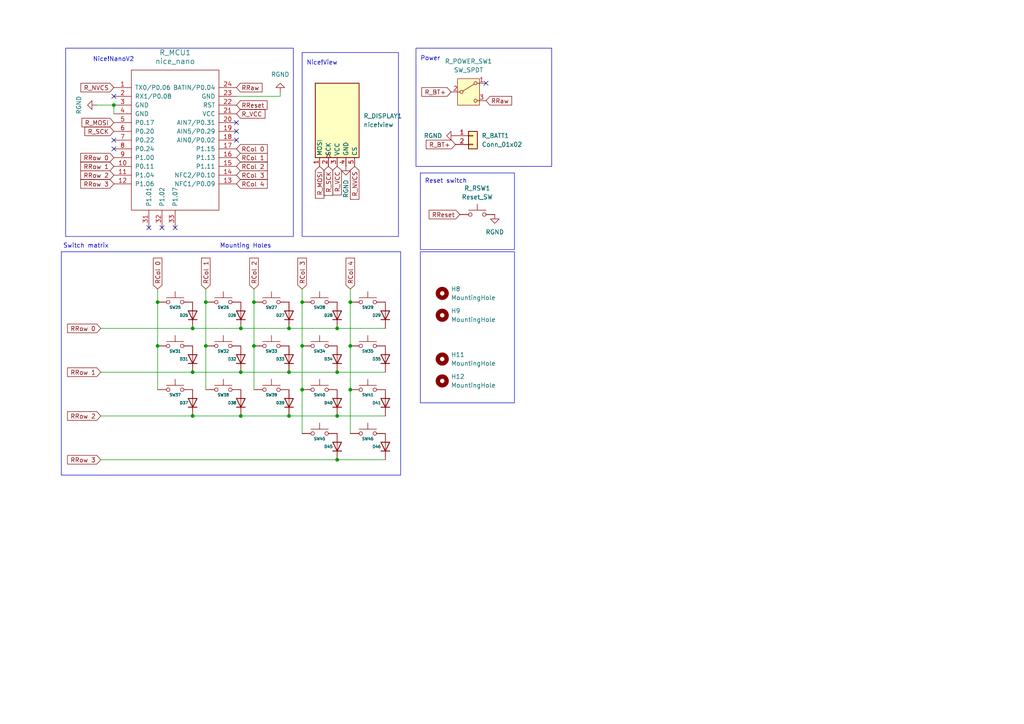
<source format=kicad_sch>
(kicad_sch (version 20231120) (generator "eeschema") (generator_version "8.0")
  (paper "A4")
  (lib_symbols
    (symbol "Connector_Generic:Conn_01x02" (pin_names (offset 1.016) hide)
      (property "Reference" "J" (at 0 2.54 0))
      (property "Value" "Conn_01x02" (at 0 -5.08 0))
      (symbol "Conn_01x02_1_1"
        (rectangle (start -1.27 -2.413) (end 0 -2.667) (stroke (width 0.1524)))
        (rectangle (start -1.27 0.127) (end 0 -0.127) (stroke (width 0.1524)))
        (rectangle (start -1.27 1.27) (end 1.27 -3.81) (stroke (width 0.254)) (fill (type background)))
        (pin passive line (at -5.08 0 0) (length 3.81) (name "Pin_1") (number "1"))
        (pin passive line (at -5.08 -2.54 0) (length 3.81) (name "Pin_2") (number "2"))
      )
    )
    (symbol "Device:D" (pin_numbers hide) (pin_names (offset 1.016) hide)
      (property "Reference" "D" (at 0 2.54 0))
      (property "Value" "D" (at 0 -2.54 0))
      (symbol "D_0_1"
        (polyline (pts (xy -1.27 1.27) (xy -1.27 -1.27)) (stroke (width 0.254)))
        (polyline (pts (xy 1.27 0) (xy -1.27 0)))
        (polyline (pts (xy 1.27 1.27) (xy 1.27 -1.27) (xy -1.27 0) (xy 1.27 1.27)) (stroke (width 0.254)))
      )
      (symbol "D_1_1"
        (pin passive line (at -3.81 0 0) (length 2.54) (name "K") (number "1"))
        (pin passive line (at 3.81 0 180) (length 2.54) (name "A") (number "2"))
      )
    )
    (symbol "Mechanical:MountingHole" (pin_names (offset 1.016)) (exclude_from_sim yes) (in_bom no)
      (property "Reference" "H" (at 0 5.08 0))
      (property "Value" "MountingHole" (at 0 3.175 0))
      (symbol "MountingHole_0_1"
        (circle (center 0 0) (radius 1.27) (stroke (width 1.27)))
      )
    )
    (symbol "Switch:SW_Push" (pin_numbers hide) (pin_names (offset 1.016) hide)
      (property "Reference" "SW" (at 1.27 2.54 0))
      (property "Value" "SW_Push" (at 0 -1.524 0))
      (symbol "SW_Push_0_1"
        (circle (center -2.032 0) (radius 0.508))
        (polyline (pts (xy 0 1.27) (xy 0 3.048)))
        (polyline (pts (xy 2.54 1.27) (xy -2.54 1.27)))
        (circle (center 2.032 0) (radius 0.508))
        (pin passive line (at -5.08 0 0) (length 2.54) (name "1") (number "1"))
        (pin passive line (at 5.08 0 180) (length 2.54) (name "2") (number "2"))
      )
    )
    (symbol "Switch:SW_SPDT" (pin_names (offset 0) hide)
      (property "Reference" "SW" (at 0 5.08 0))
      (property "Value" "SW_SPDT" (at 0 -5.08 0))
      (symbol "SW_SPDT_0_1"
        (circle (center -2.032 0) (radius 0.4572))
        (polyline (pts (xy -1.651 0.254) (xy 1.651 2.286)))
        (circle (center 2.032 -2.54) (radius 0.4572))
        (circle (center 2.032 2.54) (radius 0.4572))
      )
      (symbol "SW_SPDT_1_1"
        (rectangle (start -3.175 3.81) (end 3.175 -3.81) (fill (type background)))
        (pin passive line (at 5.08 2.54 180) (length 2.54) (name "A") (number "1"))
        (pin passive line (at -5.08 0 0) (length 2.54) (name "B") (number "2"))
        (pin passive line (at 5.08 -2.54 180) (length 2.54) (name "C") (number "3"))
      )
    )
    (symbol "nice_nano:nice!view"
      (property "Reference" "Display1" (at -3.81 1.2669 0))
      (property "Value" "nice!view" (at -3.81 -1.27 0))
      (symbol "nice!view_0_1"
        (rectangle (start -6.35 11.43) (end 6.35 -10.16) (stroke (width 0.254)) (fill (type background)))
      )
      (symbol "nice!view_1_1"
        (pin input line (at -5.08 -12.7 90) (length 2.54) (name "MOSI") (number "1"))
        (pin input clock (at -2.54 -12.7 90) (length 2.54) (name "SCK") (number "2"))
        (pin power_in line (at 0 -12.7 90) (length 2.54) (name "VCC") (number "3"))
        (pin power_out line (at 2.54 -12.7 90) (length 2.54) (name "GND") (number "4"))
        (pin passive line (at 5.08 -12.7 90) (length 2.54) (name "CS") (number "5"))
      )
    )
    (symbol "nice_nano:nice_nano" (pin_names (offset 1.016))
      (property "Reference" "U1" (at 0 23.4539 0))
      (property "Value" "nice_nano" (at 0 20.1749 0))
      (symbol "nice_nano_0_1"
        (rectangle (start -12.7 -21.59) (end 12.7 19.05))
      )
      (symbol "nice_nano_1_1"
        (pin input line (at -17.78 13.97 0) (length 5.08) (name "TX0/P0.06") (number "1"))
        (pin input line (at -17.78 -8.89 0) (length 5.08) (name "P0.11") (number "10"))
        (pin input line (at -17.78 -11.43 0) (length 5.08) (name "P1.04") (number "11"))
        (pin input line (at -17.78 -13.97 0) (length 5.08) (name "P1.06") (number "12"))
        (pin input line (at 17.78 -13.97 180) (length 5.08) (name "NFC1/P0.09") (number "13"))
        (pin input line (at 17.78 -11.43 180) (length 5.08) (name "NFC2/P0.10") (number "14"))
        (pin input line (at 17.78 -8.89 180) (length 5.08) (name "P1.11") (number "15"))
        (pin input line (at 17.78 -6.35 180) (length 5.08) (name "P1.13") (number "16"))
        (pin input line (at 17.78 -3.81 180) (length 5.08) (name "P1.15") (number "17"))
        (pin input line (at 17.78 -1.27 180) (length 5.08) (name "AIN0/P0.02") (number "18"))
        (pin input line (at 17.78 1.27 180) (length 5.08) (name "AIN5/P0.29") (number "19"))
        (pin input line (at -17.78 11.43 0) (length 5.08) (name "RX1/P0.08") (number "2"))
        (pin input line (at 17.78 3.81 180) (length 5.08) (name "AIN7/P0.31") (number "20"))
        (pin input line (at 17.78 6.35 180) (length 5.08) (name "VCC") (number "21"))
        (pin input line (at 17.78 8.89 180) (length 5.08) (name "RST") (number "22"))
        (pin input line (at 17.78 11.43 180) (length 5.08) (name "GND") (number "23"))
        (pin input line (at 17.78 13.97 180) (length 5.08) (name "BATIN/P0.04") (number "24"))
        (pin input line (at -17.78 8.89 0) (length 5.08) (name "GND") (number "3"))
        (pin input line (at -7.62 -26.67 90) (length 5.08) (name "P1.01") (number "31"))
        (pin input line (at -3.81 -26.67 90) (length 5.08) (name "P1.02") (number "32"))
        (pin input line (at 0 -26.67 90) (length 5.08) (name "P1.07") (number "33"))
        (pin input line (at -17.78 6.35 0) (length 5.08) (name "GND") (number "4"))
        (pin input line (at -17.78 3.81 0) (length 5.08) (name "P0.17") (number "5"))
        (pin input line (at -17.78 1.27 0) (length 5.08) (name "P0.20") (number "6"))
        (pin input line (at -17.78 -1.27 0) (length 5.08) (name "P0.22") (number "7"))
        (pin input line (at -17.78 -3.81 0) (length 5.08) (name "P0.24") (number "8"))
        (pin input line (at -17.78 -6.35 0) (length 5.08) (name "P1.00") (number "9"))
      )
    )
    (symbol "power:GND" (power) (pin_numbers hide) (pin_names (offset 0) hide)
      (property "Value" "GND" (at 0 -3.81 0))
      (symbol "GND_0_1"
        (polyline (pts (xy 0 0) (xy 0 -1.27) (xy 1.27 -1.27) (xy 0 -2.54) (xy -1.27 -1.27) (xy 0 -1.27)))
      )
      (symbol "GND_1_1"
        (pin power_in line (at 0 0 270) (length 0) (name "~") (number "1"))
      )
    )
  )
  (junction (at 83.82 95.25))
  (junction (at 101.6 100.33))
  (junction (at 45.72 87.63))
  (junction (at 83.82 120.65))
  (junction (at 73.66 100.33))
  (junction (at 55.88 120.65))
  (junction (at 69.85 107.95))
  (junction (at 97.79 107.95))
  (junction (at 97.79 120.65))
  (junction (at 59.69 87.63))
  (junction (at 101.6 113.03))
  (junction (at 55.88 107.95))
  (junction (at 55.88 95.25))
  (junction (at 59.69 100.33))
  (junction (at 73.66 87.63))
  (junction (at 45.72 100.33))
  (junction (at 97.79 133.35))
  (junction (at 83.82 107.95))
  (junction (at 69.85 95.25))
  (junction (at 87.63 113.03))
  (junction (at 87.63 100.33))
  (junction (at 97.79 95.25))
  (junction (at 69.85 120.65))
  (junction (at 33.02 30.48))
  (junction (at 101.6 87.63))
  (junction (at 87.63 87.63))
  (no_connect (at 68.58 38.1))
  (no_connect (at 140.97 24.13))
  (no_connect (at 33.02 43.18))
  (no_connect (at 68.58 35.56))
  (no_connect (at 33.02 27.94))
  (no_connect (at 43.18 66.04))
  (no_connect (at 50.8 66.04))
  (no_connect (at 68.58 40.64))
  (no_connect (at 33.02 40.64))
  (no_connect (at 46.99 66.04))
  (wire (pts (xy 33.02 33.02) (xy 33.02 30.48)))
  (wire (pts (xy 59.69 83.82) (xy 59.69 87.63)))
  (wire (pts (xy 97.79 120.65) (xy 111.76 120.65)))
  (wire (pts (xy 55.88 95.25) (xy 69.85 95.25)))
  (wire (pts (xy 81.28 27.94) (xy 81.28 26.67)))
  (wire (pts (xy 55.88 120.65) (xy 69.85 120.65)))
  (wire (pts (xy 45.72 87.63) (xy 45.72 100.33)))
  (wire (pts (xy 87.63 83.82) (xy 87.63 87.63)))
  (wire (pts (xy 29.21 107.95) (xy 55.88 107.95)))
  (wire (pts (xy 101.6 113.03) (xy 101.6 125.73)))
  (wire (pts (xy 101.6 83.82) (xy 101.6 87.63)))
  (wire (pts (xy 29.21 95.25) (xy 55.88 95.25)))
  (wire (pts (xy 83.82 107.95) (xy 97.79 107.95)))
  (wire (pts (xy 59.69 87.63) (xy 59.69 100.33)))
  (wire (pts (xy 69.85 120.65) (xy 83.82 120.65)))
  (wire (pts (xy 69.85 95.25) (xy 83.82 95.25)))
  (wire (pts (xy 97.79 95.25) (xy 111.76 95.25)))
  (wire (pts (xy 97.79 107.95) (xy 111.76 107.95)))
  (wire (pts (xy 101.6 100.33) (xy 101.6 113.03)))
  (wire (pts (xy 101.6 87.63) (xy 101.6 100.33)))
  (wire (pts (xy 29.21 133.35) (xy 97.79 133.35)))
  (wire (pts (xy 55.88 107.95) (xy 69.85 107.95)))
  (wire (pts (xy 45.72 100.33) (xy 45.72 113.03)))
  (wire (pts (xy 69.85 107.95) (xy 83.82 107.95)))
  (wire (pts (xy 73.66 83.82) (xy 73.66 87.63)))
  (wire (pts (xy 45.72 83.82) (xy 45.72 87.63)))
  (wire (pts (xy 83.82 95.25) (xy 97.79 95.25)))
  (wire (pts (xy 87.63 87.63) (xy 87.63 100.33)))
  (wire (pts (xy 87.63 100.33) (xy 87.63 113.03)))
  (wire (pts (xy 83.82 120.65) (xy 97.79 120.65)))
  (wire (pts (xy 97.79 133.35) (xy 111.76 133.35)))
  (wire (pts (xy 73.66 87.63) (xy 73.66 100.33)))
  (wire (pts (xy 87.63 113.03) (xy 87.63 125.73)))
  (wire (pts (xy 27.94 30.48) (xy 33.02 30.48)))
  (wire (pts (xy 59.69 100.33) (xy 59.69 113.03)))
  (wire (pts (xy 73.66 100.33) (xy 73.66 113.03)))
  (wire (pts (xy 29.21 120.65) (xy 55.88 120.65)))
  (wire (pts (xy 68.58 27.94) (xy 81.28 27.94)))
  (rectangle (start 120.65 13.97) (end 160.02 48.26))
  (rectangle (start 121.92 50.165) (end 149.225 72.39))
  (rectangle (start 87.63 15.24) (end 115.57 68.58))
  (rectangle (start 121.92 73.025) (end 149.225 116.84))
  (rectangle (start 17.78 73.025) (end 116.205 137.795))
  (rectangle (start 19.05 13.97) (end 85.09 68.58))
  (text "Switch matrix" (at 18.288 72.136 0) (effects (font (size 1.27 1.27)) (justify left bottom)))
  (text "Nice!View\n" (at 88.9 19.05 0) (effects (font (size 1.27 1.27)) (justify left bottom)))
  (text "Power" (at 121.92 17.78 0) (effects (font (size 1.27 1.27)) (justify left bottom)))
  (text "Mounting Holes" (at 63.754 72.136 0) (effects (font (size 1.27 1.27)) (justify left bottom)))
  (text "Nice!NanoV2\n" (at 26.924 18.034 0) (effects (font (size 1.27 1.27)) (justify left bottom)))
  (text "Reset switch" (at 123.19 53.34 0) (effects (font (size 1.27 1.27)) (justify left bottom)))
  (global_label "R_NVCS" (shape input) (at 102.87 48.26 270) (property "Intersheetrefs" "${INTERSHEET_REFS}" (effects (hide yes))))
  (global_label "R_VCC" (shape input) (at 68.58 33.02 0) (property "Intersheetrefs" "${INTERSHEET_REFS}" (effects (hide yes))))
  (global_label "RReset" (shape input) (at 133.35 62.23 180) (property "Intersheetrefs" "${INTERSHEET_REFS}" (effects (hide yes))))
  (global_label "R_BT+" (shape input) (at 130.81 26.67 180) (property "Intersheetrefs" "${INTERSHEET_REFS}" (effects (hide yes))))
  (global_label "RCol 2" (shape input) (at 68.58 48.26 0) (property "Intersheetrefs" "${INTERSHEET_REFS}" (effects (hide yes))))
  (global_label "R_SCK" (shape input) (at 95.25 48.26 270) (property "Intersheetrefs" "${INTERSHEET_REFS}" (effects (hide yes))))
  (global_label "R_SCK" (shape input) (at 33.02 38.1 180) (property "Intersheetrefs" "${INTERSHEET_REFS}" (effects (hide yes))))
  (global_label "RCol 4" (shape input) (at 68.58 53.34 0) (property "Intersheetrefs" "${INTERSHEET_REFS}" (effects (hide yes))))
  (global_label "RCol 1" (shape input) (at 68.58 45.72 0) (property "Intersheetrefs" "${INTERSHEET_REFS}" (effects (hide yes))))
  (global_label "RRow 0" (shape input) (at 29.21 95.25 180) (property "Intersheetrefs" "${INTERSHEET_REFS}" (effects (hide yes))))
  (global_label "RCol 3" (shape input) (at 68.58 50.8 0) (property "Intersheetrefs" "${INTERSHEET_REFS}" (effects (hide yes))))
  (global_label "RCol 4" (shape input) (at 101.6 83.82 90) (property "Intersheetrefs" "${INTERSHEET_REFS}" (effects (hide yes))))
  (global_label "RRow 0" (shape input) (at 33.02 45.72 180) (property "Intersheetrefs" "${INTERSHEET_REFS}" (effects (hide yes))))
  (global_label "RRow 2" (shape input) (at 33.02 50.8 180) (property "Intersheetrefs" "${INTERSHEET_REFS}" (effects (hide yes))))
  (global_label "RReset" (shape input) (at 68.58 30.48 0) (property "Intersheetrefs" "${INTERSHEET_REFS}" (effects (hide yes))))
  (global_label "RCol 1" (shape input) (at 59.69 83.82 90) (property "Intersheetrefs" "${INTERSHEET_REFS}" (effects (hide yes))))
  (global_label "RRow 2" (shape input) (at 29.21 120.65 180) (property "Intersheetrefs" "${INTERSHEET_REFS}" (effects (hide yes))))
  (global_label "RCol 0" (shape input) (at 45.72 83.82 90) (property "Intersheetrefs" "${INTERSHEET_REFS}" (effects (hide yes))))
  (global_label "R_VCC" (shape input) (at 97.79 48.26 270) (property "Intersheetrefs" "${INTERSHEET_REFS}" (effects (hide yes))))
  (global_label "R_MOSI" (shape input) (at 92.71 48.26 270) (property "Intersheetrefs" "${INTERSHEET_REFS}" (effects (hide yes))))
  (global_label "RRaw" (shape input) (at 140.97 29.21 0) (property "Intersheetrefs" "${INTERSHEET_REFS}" (effects (hide yes))))
  (global_label "RCol 2" (shape input) (at 73.66 83.82 90) (property "Intersheetrefs" "${INTERSHEET_REFS}" (effects (hide yes))))
  (global_label "RRow 3" (shape input) (at 29.21 133.35 180) (property "Intersheetrefs" "${INTERSHEET_REFS}" (effects (hide yes))))
  (global_label "RRow 3" (shape input) (at 33.02 53.34 180) (property "Intersheetrefs" "${INTERSHEET_REFS}" (effects (hide yes))))
  (global_label "RRow 1" (shape input) (at 33.02 48.26 180) (property "Intersheetrefs" "${INTERSHEET_REFS}" (effects (hide yes))))
  (global_label "RRow 1" (shape input) (at 29.21 107.95 180) (property "Intersheetrefs" "${INTERSHEET_REFS}" (effects (hide yes))))
  (global_label "R_NVCS" (shape input) (at 33.02 25.4 180) (property "Intersheetrefs" "${INTERSHEET_REFS}" (effects (hide yes))))
  (global_label "RRaw" (shape input) (at 68.58 25.4 0) (property "Intersheetrefs" "${INTERSHEET_REFS}" (effects (hide yes))))
  (global_label "R_MOSI" (shape input) (at 33.02 35.56 180) (property "Intersheetrefs" "${INTERSHEET_REFS}" (effects (hide yes))))
  (global_label "RCol 3" (shape input) (at 87.63 83.82 90) (property "Intersheetrefs" "${INTERSHEET_REFS}" (effects (hide yes))))
  (global_label "RCol 0" (shape input) (at 68.58 43.18 0) (property "Intersheetrefs" "${INTERSHEET_REFS}" (effects (hide yes))))
  (global_label "R_BT+" (shape input) (at 132.08 41.91 180) (property "Intersheetrefs" "${INTERSHEET_REFS}" (effects (hide yes))))
  (symbol (lib_id "Mechanical:MountingHole") (at 128.27 104.14 0) (unit 1) (exclude_from_sim yes) (in_bom no)
    (property "Reference" "H11" (at 130.81 102.8699 0) (effects (justify left)))
    (property "Value" "MountingHole" (at 130.81 105.4099 0) (effects (justify left)))
    (property "Footprint" "MountingHole:MountingHole_2.2mm_M2" (effects (hide yes)))
    (property "Description" "Mounting Hole without connection" (effects (hide yes)))
  )
  (symbol (lib_id "Switch:SW_Push") (at 64.77 87.63 0) (unit 1)
    (property "Reference" "SW26" (at 64.77 89.154 0) (effects (font (size 0.8128 0.8128))))
    (property "Value" "SW_Push" (effects (hide yes)))
    (property "Footprint" "axseem:SW_MX_Choc-v1v2_Hotswap" (effects (hide yes)))
    (property "Description" "Push button switch, generic, two pins" (effects (hide yes)))
  )
  (symbol (lib_id "Device:D") (at 97.79 129.54 90) (unit 1)
    (property "Reference" "D45" (at 96.52 129.54 90) (effects (font (size 0.8128 0.8128)) (justify left)))
    (property "Value" "D" (effects (hide yes)))
    (property "Footprint" "axseem:D_SOD-123_Handsoldering" (effects (hide yes)))
    (property "Description" "Diode" (effects (hide yes)))
    (property "Sim.Device" "D" (effects (hide yes)))
    (property "Sim.Pins" "1=K 2=A" (effects (hide yes)))
  )
  (symbol (lib_id "Switch:SW_Push") (at 78.74 113.03 0) (unit 1)
    (property "Reference" "SW39" (at 78.74 114.554 0) (effects (font (size 0.8128 0.8128))))
    (property "Value" "SW_Push" (effects (hide yes)))
    (property "Footprint" "axseem:SW_MX_Choc-v1v2_Hotswap" (effects (hide yes)))
    (property "Description" "Push button switch, generic, two pins" (effects (hide yes)))
  )
  (symbol (lib_id "Switch:SW_Push") (at 92.71 100.33 0) (unit 1)
    (property "Reference" "SW34" (at 92.71 101.854 0) (effects (font (size 0.8128 0.8128))))
    (property "Value" "SW_Push" (effects (hide yes)))
    (property "Footprint" "axseem:SW_MX_Choc-v1v2_Hotswap" (effects (hide yes)))
    (property "Description" "Push button switch, generic, two pins" (effects (hide yes)))
  )
  (symbol (lib_id "Device:D") (at 55.88 104.14 90) (unit 1)
    (property "Reference" "D31" (at 54.61 104.14 90) (effects (font (size 0.8128 0.8128)) (justify left)))
    (property "Value" "D" (effects (hide yes)))
    (property "Footprint" "axseem:D_SOD-123_Handsoldering" (effects (hide yes)))
    (property "Description" "Diode" (effects (hide yes)))
    (property "Sim.Device" "D" (effects (hide yes)))
    (property "Sim.Pins" "1=K 2=A" (effects (hide yes)))
  )
  (symbol (lib_id "Switch:SW_Push") (at 78.74 100.33 0) (unit 1)
    (property "Reference" "SW33" (at 78.74 101.854 0) (effects (font (size 0.8128 0.8128))))
    (property "Value" "SW_Push" (effects (hide yes)))
    (property "Footprint" "axseem:SW_MX_Choc-v1v2_Hotswap" (effects (hide yes)))
    (property "Description" "Push button switch, generic, two pins" (effects (hide yes)))
  )
  (symbol (lib_id "Connector_Generic:Conn_01x02") (at 137.16 39.37 0) (unit 1)
    (property "Reference" "R_BATT1" (at 139.7 39.3699 0) (effects (justify left)))
    (property "Value" "Conn_01x02" (at 139.7 41.9099 0) (effects (justify left)))
    (property "Footprint" "Connector_JST:JST_PH_S2B-PH-K_1x02_P2.00mm_Horizontal" (effects (hide yes)))
    (property "Description" "Generic connector, single row, 01x02, script generated (kicad-library-utils/schlib/autogen/connector/)" (effects (hide yes)))
  )
  (symbol (lib_id "nice_nano:nice_nano") (at 50.8 39.37 0) (unit 1)
    (property "Reference" "R_MCU1" (at 50.8 15.24 0) (effects (font (size 1.524 1.524))))
    (property "Value" "nice_nano" (at 50.8 17.78 0) (effects (font (size 1.524 1.524))))
    (property "Footprint" "axseem:nice_nano" (effects (hide yes)))
  )
  (symbol (lib_id "Mechanical:MountingHole") (at 128.27 91.44 0) (unit 1) (exclude_from_sim yes) (in_bom no)
    (property "Reference" "H9" (at 130.81 90.1699 0) (effects (justify left)))
    (property "Value" "MountingHole" (at 130.81 92.7099 0) (effects (justify left)))
    (property "Footprint" "MountingHole:MountingHole_2.2mm_M2" (effects (hide yes)))
    (property "Description" "Mounting Hole without connection" (effects (hide yes)))
  )
  (symbol (lib_id "power:GND") (at 100.33 48.26 0) (unit 1)
    (property "Reference" "#PWR022" (effects (hide yes)))
    (property "Value" "RGND" (at 100.3299 52.07 90) (effects (justify right)))
    (property "Description" "Power symbol creates a global label with name \"GND\" , ground" (effects (hide yes)))
  )
  (symbol (lib_id "Device:D") (at 111.76 104.14 90) (unit 1)
    (property "Reference" "D35" (at 110.49 104.14 90) (effects (font (size 0.8128 0.8128)) (justify left)))
    (property "Value" "D" (effects (hide yes)))
    (property "Footprint" "axseem:D_SOD-123_Handsoldering" (effects (hide yes)))
    (property "Description" "Diode" (effects (hide yes)))
    (property "Sim.Device" "D" (effects (hide yes)))
    (property "Sim.Pins" "1=K 2=A" (effects (hide yes)))
  )
  (symbol (lib_id "Device:D") (at 111.76 116.84 90) (unit 1)
    (property "Reference" "D41" (at 110.49 116.84 90) (effects (font (size 0.8128 0.8128)) (justify left)))
    (property "Value" "D" (effects (hide yes)))
    (property "Footprint" "axseem:D_SOD-123_Handsoldering" (effects (hide yes)))
    (property "Description" "Diode" (effects (hide yes)))
    (property "Sim.Device" "D" (effects (hide yes)))
    (property "Sim.Pins" "1=K 2=A" (effects (hide yes)))
  )
  (symbol (lib_id "Device:D") (at 55.88 116.84 90) (unit 1)
    (property "Reference" "D37" (at 54.61 116.84 90) (effects (font (size 0.8128 0.8128)) (justify left)))
    (property "Value" "D" (effects (hide yes)))
    (property "Footprint" "axseem:D_SOD-123_Handsoldering" (effects (hide yes)))
    (property "Description" "Diode" (effects (hide yes)))
    (property "Sim.Device" "D" (effects (hide yes)))
    (property "Sim.Pins" "1=K 2=A" (effects (hide yes)))
  )
  (symbol (lib_id "Device:D") (at 55.88 91.44 90) (unit 1)
    (property "Reference" "D25" (at 54.61 91.44 90) (effects (font (size 0.8128 0.8128)) (justify left)))
    (property "Value" "D" (effects (hide yes)))
    (property "Footprint" "axseem:D_SOD-123_Handsoldering" (effects (hide yes)))
    (property "Description" "Diode" (effects (hide yes)))
    (property "Sim.Device" "D" (effects (hide yes)))
    (property "Sim.Pins" "1=K 2=A" (effects (hide yes)))
  )
  (symbol (lib_id "Device:D") (at 69.85 104.14 90) (unit 1)
    (property "Reference" "D32" (at 68.58 104.14 90) (effects (font (size 0.8128 0.8128)) (justify left)))
    (property "Value" "D" (effects (hide yes)))
    (property "Footprint" "axseem:D_SOD-123_Handsoldering" (effects (hide yes)))
    (property "Description" "Diode" (effects (hide yes)))
    (property "Sim.Device" "D" (effects (hide yes)))
    (property "Sim.Pins" "1=K 2=A" (effects (hide yes)))
  )
  (symbol (lib_id "Device:D") (at 83.82 91.44 90) (unit 1)
    (property "Reference" "D27" (at 82.55 91.44 90) (effects (font (size 0.8128 0.8128)) (justify left)))
    (property "Value" "D" (effects (hide yes)))
    (property "Footprint" "axseem:D_SOD-123_Handsoldering" (effects (hide yes)))
    (property "Description" "Diode" (effects (hide yes)))
    (property "Sim.Device" "D" (effects (hide yes)))
    (property "Sim.Pins" "1=K 2=A" (effects (hide yes)))
  )
  (symbol (lib_id "Switch:SW_Push") (at 92.71 87.63 0) (unit 1)
    (property "Reference" "SW28" (at 92.71 89.154 0) (effects (font (size 0.8128 0.8128))))
    (property "Value" "SW_Push" (effects (hide yes)))
    (property "Footprint" "axseem:SW_MX_Choc-v1v2_Hotswap" (effects (hide yes)))
    (property "Description" "Push button switch, generic, two pins" (effects (hide yes)))
  )
  (symbol (lib_id "power:GND") (at 143.51 62.23 0) (unit 1)
    (property "Reference" "#PWR020" (effects (hide yes)))
    (property "Value" "RGND" (at 143.51 67.31 0))
    (property "Description" "Power symbol creates a global label with name \"GND\" , ground" (effects (hide yes)))
  )
  (symbol (lib_id "Switch:SW_Push") (at 64.77 113.03 0) (unit 1)
    (property "Reference" "SW38" (at 64.77 114.554 0) (effects (font (size 0.8128 0.8128))))
    (property "Value" "SW_Push" (effects (hide yes)))
    (property "Footprint" "axseem:SW_MX_Choc-v1v2_Hotswap" (effects (hide yes)))
    (property "Description" "Push button switch, generic, two pins" (effects (hide yes)))
  )
  (symbol (lib_id "Mechanical:MountingHole") (at 128.27 85.09 0) (unit 1) (exclude_from_sim yes) (in_bom no)
    (property "Reference" "H8" (at 130.81 83.8199 0) (effects (justify left)))
    (property "Value" "MountingHole" (at 130.81 86.3599 0) (effects (justify left)))
    (property "Footprint" "MountingHole:MountingHole_2.2mm_M2" (effects (hide yes)))
    (property "Description" "Mounting Hole without connection" (effects (hide yes)))
  )
  (symbol (lib_id "Device:D") (at 111.76 129.54 90) (unit 1)
    (property "Reference" "D46" (at 110.49 129.54 90) (effects (font (size 0.8128 0.8128)) (justify left)))
    (property "Value" "D" (effects (hide yes)))
    (property "Footprint" "axseem:D_SOD-123_Handsoldering" (effects (hide yes)))
    (property "Description" "Diode" (effects (hide yes)))
    (property "Sim.Device" "D" (effects (hide yes)))
    (property "Sim.Pins" "1=K 2=A" (effects (hide yes)))
  )
  (symbol (lib_id "Switch:SW_Push") (at 106.68 113.03 0) (unit 1)
    (property "Reference" "SW41" (at 106.68 114.554 0) (effects (font (size 0.8128 0.8128))))
    (property "Value" "SW_Push" (effects (hide yes)))
    (property "Footprint" "axseem:SW_MX_Choc-v1v2_Hotswap" (effects (hide yes)))
    (property "Description" "Push button switch, generic, two pins" (effects (hide yes)))
  )
  (symbol (lib_id "Switch:SW_Push") (at 78.74 87.63 0) (unit 1)
    (property "Reference" "SW27" (at 78.74 89.154 0) (effects (font (size 0.8128 0.8128))))
    (property "Value" "SW_Push" (effects (hide yes)))
    (property "Footprint" "axseem:SW_MX_Choc-v1v2_Hotswap" (effects (hide yes)))
    (property "Description" "Push button switch, generic, two pins" (effects (hide yes)))
  )
  (symbol (lib_id "Device:D") (at 97.79 91.44 90) (unit 1)
    (property "Reference" "D28" (at 96.52 91.44 90) (effects (font (size 0.8128 0.8128)) (justify left)))
    (property "Value" "D" (effects (hide yes)))
    (property "Footprint" "axseem:D_SOD-123_Handsoldering" (effects (hide yes)))
    (property "Description" "Diode" (effects (hide yes)))
    (property "Sim.Device" "D" (effects (hide yes)))
    (property "Sim.Pins" "1=K 2=A" (effects (hide yes)))
  )
  (symbol (lib_id "Switch:SW_Push") (at 50.8 87.63 0) (unit 1)
    (property "Reference" "SW25" (at 50.8 89.154 0) (effects (font (size 0.8128 0.8128))))
    (property "Value" "SW_Push" (effects (hide yes)))
    (property "Footprint" "axseem:SW_MX_Choc-v1v2_Hotswap" (effects (hide yes)))
    (property "Description" "Push button switch, generic, two pins" (effects (hide yes)))
  )
  (symbol (lib_id "Switch:SW_Push") (at 106.68 100.33 0) (unit 1)
    (property "Reference" "SW35" (at 106.68 101.854 0) (effects (font (size 0.8128 0.8128))))
    (property "Value" "SW_Push" (effects (hide yes)))
    (property "Footprint" "axseem:SW_MX_Choc-v1v2_Hotswap" (effects (hide yes)))
    (property "Description" "Push button switch, generic, two pins" (effects (hide yes)))
  )
  (symbol (lib_id "power:GND") (at 132.08 39.37 270) (unit 1)
    (property "Reference" "#PWR014" (effects (hide yes)))
    (property "Value" "RGND" (at 128.27 39.3699 90) (effects (justify right)))
    (property "Description" "Power symbol creates a global label with name \"GND\" , ground" (effects (hide yes)))
  )
  (symbol (lib_id "Device:D") (at 83.82 104.14 90) (unit 1)
    (property "Reference" "D33" (at 82.55 104.14 90) (effects (font (size 0.8128 0.8128)) (justify left)))
    (property "Value" "D" (effects (hide yes)))
    (property "Footprint" "axseem:D_SOD-123_Handsoldering" (effects (hide yes)))
    (property "Description" "Diode" (effects (hide yes)))
    (property "Sim.Device" "D" (effects (hide yes)))
    (property "Sim.Pins" "1=K 2=A" (effects (hide yes)))
  )
  (symbol (lib_id "Device:D") (at 83.82 116.84 90) (unit 1)
    (property "Reference" "D39" (at 82.55 116.84 90) (effects (font (size 0.8128 0.8128)) (justify left)))
    (property "Value" "D" (effects (hide yes)))
    (property "Footprint" "axseem:D_SOD-123_Handsoldering" (effects (hide yes)))
    (property "Description" "Diode" (effects (hide yes)))
    (property "Sim.Device" "D" (effects (hide yes)))
    (property "Sim.Pins" "1=K 2=A" (effects (hide yes)))
  )
  (symbol (lib_id "Device:D") (at 69.85 91.44 90) (unit 1)
    (property "Reference" "D26" (at 68.58 91.44 90) (effects (font (size 0.8128 0.8128)) (justify left)))
    (property "Value" "D" (effects (hide yes)))
    (property "Footprint" "axseem:D_SOD-123_Handsoldering" (effects (hide yes)))
    (property "Description" "Diode" (effects (hide yes)))
    (property "Sim.Device" "D" (effects (hide yes)))
    (property "Sim.Pins" "1=K 2=A" (effects (hide yes)))
  )
  (symbol (lib_id "power:GND") (at 81.28 26.67 180) (unit 1)
    (property "Reference" "#PWR06" (effects (hide yes)))
    (property "Value" "RGND" (at 81.28 21.59 0))
    (property "Description" "Power symbol creates a global label with name \"GND\" , ground" (effects (hide yes)))
  )
  (symbol (lib_id "Switch:SW_Push") (at 106.68 125.73 0) (unit 1)
    (property "Reference" "SW46" (at 106.68 127.254 0) (effects (font (size 0.8128 0.8128))))
    (property "Value" "SW_Push" (effects (hide yes)))
    (property "Footprint" "axseem:SW_MX_Choc-v1v2_Hotswap" (effects (hide yes)))
    (property "Description" "Push button switch, generic, two pins" (effects (hide yes)))
  )
  (symbol (lib_id "Switch:SW_Push") (at 138.43 62.23 0) (unit 1)
    (property "Reference" "R_RSW1" (at 138.43 54.61 0))
    (property "Value" "Reset_SW" (at 138.43 57.15 0))
    (property "Footprint" "axseem:SMD_RESET" (effects (hide yes)))
    (property "Description" "Push button switch, generic, two pins" (effects (hide yes)))
  )
  (symbol (lib_id "Device:D") (at 97.79 116.84 90) (unit 1)
    (property "Reference" "D40" (at 96.52 116.84 90) (effects (font (size 0.8128 0.8128)) (justify left)))
    (property "Value" "D" (effects (hide yes)))
    (property "Footprint" "axseem:D_SOD-123_Handsoldering" (effects (hide yes)))
    (property "Description" "Diode" (effects (hide yes)))
    (property "Sim.Device" "D" (effects (hide yes)))
    (property "Sim.Pins" "1=K 2=A" (effects (hide yes)))
  )
  (symbol (lib_id "Switch:SW_Push") (at 92.71 125.73 0) (unit 1)
    (property "Reference" "SW45" (at 92.71 127.254 0) (effects (font (size 0.8128 0.8128))))
    (property "Value" "SW_Push" (effects (hide yes)))
    (property "Footprint" "axseem:SW_MX_Choc-v1v2_Hotswap" (effects (hide yes)))
    (property "Description" "Push button switch, generic, two pins" (effects (hide yes)))
  )
  (symbol (lib_id "power:GND") (at 27.94 30.48 270) (unit 1)
    (property "Reference" "#PWR03" (effects (hide yes)))
    (property "Value" "RGND" (at 22.86 30.48 0))
    (property "Description" "Power symbol creates a global label with name \"GND\" , ground" (effects (hide yes)))
  )
  (symbol (lib_id "Mechanical:MountingHole") (at 128.27 110.49 0) (unit 1) (exclude_from_sim yes) (in_bom no)
    (property "Reference" "H12" (at 130.81 109.2199 0) (effects (justify left)))
    (property "Value" "MountingHole" (at 130.81 111.7599 0) (effects (justify left)))
    (property "Footprint" "MountingHole:MountingHole_2.2mm_M2" (effects (hide yes)))
    (property "Description" "Mounting Hole without connection" (effects (hide yes)))
  )
  (symbol (lib_id "Device:D") (at 69.85 116.84 90) (unit 1)
    (property "Reference" "D38" (at 68.58 116.84 90) (effects (font (size 0.8128 0.8128)) (justify left)))
    (property "Value" "D" (effects (hide yes)))
    (property "Footprint" "axseem:D_SOD-123_Handsoldering" (effects (hide yes)))
    (property "Description" "Diode" (effects (hide yes)))
    (property "Sim.Device" "D" (effects (hide yes)))
    (property "Sim.Pins" "1=K 2=A" (effects (hide yes)))
  )
  (symbol (lib_id "nice_nano:nice!view") (at 97.79 35.56 0) (unit 1)
    (property "Reference" "R_DISPLAY1" (at 105.41 33.6549 0) (effects (justify left)))
    (property "Value" "nice!view" (at 105.41 36.1949 0) (effects (justify left)))
    (property "Footprint" "axseem:nice_view" (effects (hide yes)))
    (property "Datasheet" "https://nicekeyboards.com/docs/nice-view/pinout-schematic" (effects (hide yes)))
  )
  (symbol (lib_id "Switch:SW_Push") (at 50.8 113.03 0) (unit 1)
    (property "Reference" "SW37" (at 50.8 114.554 0) (effects (font (size 0.8128 0.8128))))
    (property "Value" "SW_Push" (effects (hide yes)))
    (property "Footprint" "axseem:SW_MX_Choc-v1v2_Hotswap" (effects (hide yes)))
    (property "Description" "Push button switch, generic, two pins" (effects (hide yes)))
  )
  (symbol (lib_id "Switch:SW_SPDT") (at 135.89 26.67 0) (unit 1)
    (property "Reference" "R_POWER_SW1" (at 135.89 17.78 0))
    (property "Value" "SW_SPDT" (at 135.89 20.32 0))
    (property "Footprint" "axseem:smt-slider-switch" (effects (hide yes)))
    (property "Description" "Switch, single pole double throw" (effects (hide yes)))
  )
  (symbol (lib_id "Device:D") (at 97.79 104.14 90) (unit 1)
    (property "Reference" "D34" (at 96.52 104.14 90) (effects (font (size 0.8128 0.8128)) (justify left)))
    (property "Value" "D" (effects (hide yes)))
    (property "Footprint" "axseem:D_SOD-123_Handsoldering" (effects (hide yes)))
    (property "Description" "Diode" (effects (hide yes)))
    (property "Sim.Device" "D" (effects (hide yes)))
    (property "Sim.Pins" "1=K 2=A" (effects (hide yes)))
  )
  (symbol (lib_id "Switch:SW_Push") (at 106.68 87.63 0) (unit 1)
    (property "Reference" "SW29" (at 106.68 89.154 0) (effects (font (size 0.8128 0.8128))))
    (property "Value" "SW_Push" (effects (hide yes)))
    (property "Footprint" "axseem:SW_MX_Choc-v1v2_Hotswap" (effects (hide yes)))
    (property "Description" "Push button switch, generic, two pins" (effects (hide yes)))
  )
  (symbol (lib_id "Device:D") (at 111.76 91.44 90) (unit 1)
    (property "Reference" "D29" (at 110.49 91.44 90) (effects (font (size 0.8128 0.8128)) (justify left)))
    (property "Value" "D" (effects (hide yes)))
    (property "Footprint" "axseem:D_SOD-123_Handsoldering" (effects (hide yes)))
    (property "Description" "Diode" (effects (hide yes)))
    (property "Sim.Device" "D" (effects (hide yes)))
    (property "Sim.Pins" "1=K 2=A" (effects (hide yes)))
  )
  (symbol (lib_id "Switch:SW_Push") (at 92.71 113.03 0) (unit 1)
    (property "Reference" "SW40" (at 92.71 114.554 0) (effects (font (size 0.8128 0.8128))))
    (property "Value" "SW_Push" (effects (hide yes)))
    (property "Footprint" "axseem:SW_MX_Choc-v1v2_Hotswap" (effects (hide yes)))
    (property "Description" "Push button switch, generic, two pins" (effects (hide yes)))
  )
  (symbol (lib_id "Switch:SW_Push") (at 50.8 100.33 0) (unit 1)
    (property "Reference" "SW31" (at 50.8 101.854 0) (effects (font (size 0.8128 0.8128))))
    (property "Value" "SW_Push" (effects (hide yes)))
    (property "Footprint" "axseem:SW_MX_Choc-v1v2_Hotswap" (effects (hide yes)))
    (property "Description" "Push button switch, generic, two pins" (effects (hide yes)))
  )
  (symbol (lib_id "Switch:SW_Push") (at 64.77 100.33 0) (unit 1)
    (property "Reference" "SW32" (at 64.77 101.854 0) (effects (font (size 0.8128 0.8128))))
    (property "Value" "SW_Push" (effects (hide yes)))
    (property "Footprint" "axseem:SW_MX_Choc-v1v2_Hotswap" (effects (hide yes)))
    (property "Description" "Push button switch, generic, two pins" (effects (hide yes)))
  )
)
</source>
